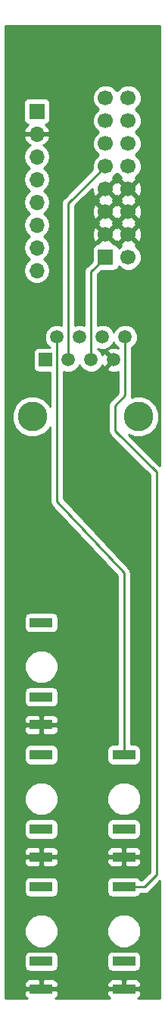
<source format=gbr>
G04 #@! TF.GenerationSoftware,KiCad,Pcbnew,(5.0.1)-4*
G04 #@! TF.CreationDate,2018-12-03T15:58:59+00:00*
G04 #@! TF.ProjectId,DevBoard,446576426F6172642E6B696361645F70,rev?*
G04 #@! TF.SameCoordinates,Original*
G04 #@! TF.FileFunction,Copper,L2,Bot,Signal*
G04 #@! TF.FilePolarity,Positive*
%FSLAX46Y46*%
G04 Gerber Fmt 4.6, Leading zero omitted, Abs format (unit mm)*
G04 Created by KiCad (PCBNEW (5.0.1)-4) date 03/12/2018 15:58:59*
%MOMM*%
%LPD*%
G01*
G04 APERTURE LIST*
G04 #@! TA.AperFunction,ComponentPad*
%ADD10C,1.500000*%
G04 #@! TD*
G04 #@! TA.AperFunction,ComponentPad*
%ADD11R,1.500000X1.500000*%
G04 #@! TD*
G04 #@! TA.AperFunction,WasherPad*
%ADD12C,3.300000*%
G04 #@! TD*
G04 #@! TA.AperFunction,ComponentPad*
%ADD13R,2.500000X1.000000*%
G04 #@! TD*
G04 #@! TA.AperFunction,ComponentPad*
%ADD14R,1.700000X1.700000*%
G04 #@! TD*
G04 #@! TA.AperFunction,ComponentPad*
%ADD15C,1.700000*%
G04 #@! TD*
G04 #@! TA.AperFunction,ComponentPad*
%ADD16O,1.700000X1.700000*%
G04 #@! TD*
G04 #@! TA.AperFunction,Conductor*
%ADD17C,0.250000*%
G04 #@! TD*
G04 #@! TA.AperFunction,Conductor*
%ADD18C,0.254000*%
G04 #@! TD*
G04 APERTURE END LIST*
D10*
G04 #@! TO.P,J7,8*
G04 #@! TO.N,Jack5*
X64890000Y-94710000D03*
G04 #@! TO.P,J7,7*
G04 #@! TO.N,GND*
X63620000Y-97250000D03*
G04 #@! TO.P,J7,6*
G04 #@! TO.N,Jack4*
X62350000Y-94710000D03*
G04 #@! TO.P,J7,5*
G04 #@! TO.N,-12V*
X61080000Y-97250000D03*
G04 #@! TO.P,J7,4*
G04 #@! TO.N,Jack3*
X59810000Y-94710000D03*
G04 #@! TO.P,J7,3*
G04 #@! TO.N,+12V*
X58540000Y-97250000D03*
G04 #@! TO.P,J7,2*
G04 #@! TO.N,Jack2*
X57270000Y-94710000D03*
D11*
G04 #@! TO.P,J7,1*
G04 #@! TO.N,Jack1*
X56000000Y-97250000D03*
D12*
G04 #@! TO.P,J7,*
G04 #@! TO.N,*
X54510000Y-103600000D03*
X66380000Y-103600000D03*
G04 #@! TD*
D13*
G04 #@! TO.P,J1,3*
G04 #@! TO.N,Jack1*
X55500000Y-126580000D03*
G04 #@! TO.P,J1,2*
G04 #@! TO.N,Net-(J1-Pad2)*
X55500000Y-134880000D03*
G04 #@! TO.P,J1,1*
G04 #@! TO.N,GND*
X55500000Y-137980000D03*
G04 #@! TD*
G04 #@! TO.P,J2,1*
G04 #@! TO.N,GND*
X64750000Y-152730000D03*
G04 #@! TO.P,J2,2*
G04 #@! TO.N,Net-(J2-Pad2)*
X64750000Y-149630000D03*
G04 #@! TO.P,J2,3*
G04 #@! TO.N,Jack2*
X64750000Y-141330000D03*
G04 #@! TD*
G04 #@! TO.P,J3,3*
G04 #@! TO.N,Jack3*
X55500000Y-141330000D03*
G04 #@! TO.P,J3,2*
G04 #@! TO.N,+5V*
X55500000Y-149630000D03*
G04 #@! TO.P,J3,1*
G04 #@! TO.N,GND*
X55500000Y-152730000D03*
G04 #@! TD*
G04 #@! TO.P,J4,1*
G04 #@! TO.N,GND*
X55500000Y-167480000D03*
G04 #@! TO.P,J4,2*
G04 #@! TO.N,CV*
X55500000Y-164380000D03*
G04 #@! TO.P,J4,3*
G04 #@! TO.N,Jack4*
X55500000Y-156080000D03*
G04 #@! TD*
G04 #@! TO.P,J5,3*
G04 #@! TO.N,Jack5*
X64750000Y-156080000D03*
G04 #@! TO.P,J5,2*
G04 #@! TO.N,Gate*
X64750000Y-164380000D03*
G04 #@! TO.P,J5,1*
G04 #@! TO.N,GND*
X64750000Y-167480000D03*
G04 #@! TD*
D14*
G04 #@! TO.P,J6,1*
G04 #@! TO.N,-12V*
X62700000Y-85800000D03*
D15*
G04 #@! TO.P,J6,2*
X65240000Y-85800000D03*
G04 #@! TO.P,J6,3*
G04 #@! TO.N,GND*
X62700000Y-83260000D03*
G04 #@! TO.P,J6,4*
X65240000Y-83260000D03*
G04 #@! TO.P,J6,5*
X62700000Y-80720000D03*
G04 #@! TO.P,J6,6*
X65240000Y-80720000D03*
G04 #@! TO.P,J6,7*
X62700000Y-78180000D03*
G04 #@! TO.P,J6,8*
X65240000Y-78180000D03*
G04 #@! TO.P,J6,9*
G04 #@! TO.N,+12V*
X62700000Y-75640000D03*
G04 #@! TO.P,J6,10*
X65240000Y-75640000D03*
G04 #@! TO.P,J6,11*
G04 #@! TO.N,+5V*
X62700000Y-73100000D03*
G04 #@! TO.P,J6,12*
X65240000Y-73100000D03*
G04 #@! TO.P,J6,14*
G04 #@! TO.N,CV*
X65240000Y-70560000D03*
G04 #@! TO.P,J6,13*
X62700000Y-70560000D03*
G04 #@! TO.P,J6,15*
G04 #@! TO.N,Gate*
X62700000Y-68020000D03*
G04 #@! TO.P,J6,16*
X65240000Y-68020000D03*
G04 #@! TD*
D16*
G04 #@! TO.P,J8,8*
G04 #@! TO.N,Jack1*
X55000000Y-87280000D03*
G04 #@! TO.P,J8,7*
G04 #@! TO.N,Jack2*
X55000000Y-84740000D03*
G04 #@! TO.P,J8,6*
G04 #@! TO.N,Jack3*
X55000000Y-82200000D03*
G04 #@! TO.P,J8,5*
G04 #@! TO.N,Jack4*
X55000000Y-79660000D03*
G04 #@! TO.P,J8,4*
G04 #@! TO.N,Jack5*
X55000000Y-77120000D03*
G04 #@! TO.P,J8,3*
G04 #@! TO.N,-12V*
X55000000Y-74580000D03*
G04 #@! TO.P,J8,2*
G04 #@! TO.N,GND*
X55000000Y-72040000D03*
D14*
G04 #@! TO.P,J8,1*
G04 #@! TO.N,+12V*
X55000000Y-69500000D03*
G04 #@! TD*
D17*
G04 #@! TO.N,Jack2*
X64750000Y-121030000D02*
X64750000Y-141330000D01*
X57270000Y-94710000D02*
X57270000Y-113030000D01*
X57270000Y-113030000D02*
X64760000Y-121030000D01*
G04 #@! TO.N,Jack5*
X64890000Y-94710000D02*
X64890000Y-101240000D01*
X64890000Y-101240000D02*
X63780000Y-102350000D01*
X63780000Y-102350000D02*
X63780000Y-105170000D01*
X63780000Y-105170000D02*
X68390000Y-109780000D01*
X68390000Y-109780000D02*
X68390000Y-154740000D01*
X67050000Y-156080000D02*
X64750000Y-156080000D01*
X68390000Y-154740000D02*
X67050000Y-156080000D01*
G04 #@! TO.N,-12V*
X61080000Y-87380000D02*
X61080000Y-97250000D01*
X62710000Y-85750000D02*
X61080000Y-87380000D01*
G04 #@! TO.N,+12V*
X58540000Y-79760000D02*
X58540000Y-97250000D01*
X62710000Y-75590000D02*
X58540000Y-79760000D01*
G04 #@! TD*
D18*
G04 #@! TO.N,GND*
G36*
X68790000Y-109105198D02*
X65318296Y-105633494D01*
X65925485Y-105885000D01*
X66834515Y-105885000D01*
X67674349Y-105537130D01*
X68317130Y-104894349D01*
X68665000Y-104054515D01*
X68665000Y-103145485D01*
X68317130Y-102305651D01*
X67674349Y-101662870D01*
X66834515Y-101315000D01*
X65925485Y-101315000D01*
X65625232Y-101439369D01*
X65650000Y-101314852D01*
X65650000Y-101314848D01*
X65664888Y-101240001D01*
X65650000Y-101165154D01*
X65650000Y-95894312D01*
X65674540Y-95884147D01*
X66064147Y-95494540D01*
X66275000Y-94985494D01*
X66275000Y-94434506D01*
X66064147Y-93925460D01*
X65674540Y-93535853D01*
X65165494Y-93325000D01*
X64614506Y-93325000D01*
X64105460Y-93535853D01*
X63715853Y-93925460D01*
X63620000Y-94156870D01*
X63524147Y-93925460D01*
X63134540Y-93535853D01*
X62625494Y-93325000D01*
X62074506Y-93325000D01*
X61840000Y-93422135D01*
X61840000Y-87694801D01*
X62237361Y-87297440D01*
X63550000Y-87297440D01*
X63797765Y-87248157D01*
X64007809Y-87107809D01*
X64148157Y-86897765D01*
X64163006Y-86823113D01*
X64398815Y-87058922D01*
X64944615Y-87285000D01*
X65535385Y-87285000D01*
X66081185Y-87058922D01*
X66498922Y-86641185D01*
X66725000Y-86095385D01*
X66725000Y-85504615D01*
X66498922Y-84958815D01*
X66081185Y-84541078D01*
X66034753Y-84521845D01*
X66104353Y-84303958D01*
X65240000Y-83439605D01*
X64375647Y-84303958D01*
X64445247Y-84521845D01*
X64398815Y-84541078D01*
X64163006Y-84776887D01*
X64148157Y-84702235D01*
X64007809Y-84492191D01*
X63797765Y-84351843D01*
X63563915Y-84305328D01*
X63564353Y-84303958D01*
X62700000Y-83439605D01*
X61835647Y-84303958D01*
X61836085Y-84305328D01*
X61602235Y-84351843D01*
X61392191Y-84492191D01*
X61251843Y-84702235D01*
X61202560Y-84950000D01*
X61202560Y-86182639D01*
X60595530Y-86789669D01*
X60532071Y-86832071D01*
X60364096Y-87083464D01*
X60320000Y-87305149D01*
X60320000Y-87305153D01*
X60305112Y-87380000D01*
X60320000Y-87454847D01*
X60320001Y-93422135D01*
X60085494Y-93325000D01*
X59534506Y-93325000D01*
X59300000Y-93422135D01*
X59300000Y-83031279D01*
X61203282Y-83031279D01*
X61229685Y-83621458D01*
X61404741Y-84044080D01*
X61656042Y-84124353D01*
X62520395Y-83260000D01*
X62879605Y-83260000D01*
X63743958Y-84124353D01*
X63970000Y-84052148D01*
X64196042Y-84124353D01*
X65060395Y-83260000D01*
X65419605Y-83260000D01*
X66283958Y-84124353D01*
X66535259Y-84044080D01*
X66736718Y-83488721D01*
X66710315Y-82898542D01*
X66535259Y-82475920D01*
X66283958Y-82395647D01*
X65419605Y-83260000D01*
X65060395Y-83260000D01*
X64196042Y-82395647D01*
X63970000Y-82467852D01*
X63743958Y-82395647D01*
X62879605Y-83260000D01*
X62520395Y-83260000D01*
X61656042Y-82395647D01*
X61404741Y-82475920D01*
X61203282Y-83031279D01*
X59300000Y-83031279D01*
X59300000Y-81763958D01*
X61835647Y-81763958D01*
X61907852Y-81990000D01*
X61835647Y-82216042D01*
X62700000Y-83080395D01*
X63564353Y-82216042D01*
X63492148Y-81990000D01*
X63564353Y-81763958D01*
X64375647Y-81763958D01*
X64447852Y-81990000D01*
X64375647Y-82216042D01*
X65240000Y-83080395D01*
X66104353Y-82216042D01*
X66032148Y-81990000D01*
X66104353Y-81763958D01*
X65240000Y-80899605D01*
X64375647Y-81763958D01*
X63564353Y-81763958D01*
X62700000Y-80899605D01*
X61835647Y-81763958D01*
X59300000Y-81763958D01*
X59300000Y-80491279D01*
X61203282Y-80491279D01*
X61229685Y-81081458D01*
X61404741Y-81504080D01*
X61656042Y-81584353D01*
X62520395Y-80720000D01*
X62879605Y-80720000D01*
X63743958Y-81584353D01*
X63970000Y-81512148D01*
X64196042Y-81584353D01*
X65060395Y-80720000D01*
X65419605Y-80720000D01*
X66283958Y-81584353D01*
X66535259Y-81504080D01*
X66736718Y-80948721D01*
X66710315Y-80358542D01*
X66535259Y-79935920D01*
X66283958Y-79855647D01*
X65419605Y-80720000D01*
X65060395Y-80720000D01*
X64196042Y-79855647D01*
X63970000Y-79927852D01*
X63743958Y-79855647D01*
X62879605Y-80720000D01*
X62520395Y-80720000D01*
X61656042Y-79855647D01*
X61404741Y-79935920D01*
X61203282Y-80491279D01*
X59300000Y-80491279D01*
X59300000Y-80074801D01*
X60150843Y-79223958D01*
X61835647Y-79223958D01*
X61907852Y-79450000D01*
X61835647Y-79676042D01*
X62700000Y-80540395D01*
X63564353Y-79676042D01*
X63492148Y-79450000D01*
X63564353Y-79223958D01*
X64375647Y-79223958D01*
X64447852Y-79450000D01*
X64375647Y-79676042D01*
X65240000Y-80540395D01*
X66104353Y-79676042D01*
X66032148Y-79450000D01*
X66104353Y-79223958D01*
X65240000Y-78359605D01*
X64375647Y-79223958D01*
X63564353Y-79223958D01*
X62700000Y-78359605D01*
X61835647Y-79223958D01*
X60150843Y-79223958D01*
X61212713Y-78162088D01*
X61229685Y-78541458D01*
X61404741Y-78964080D01*
X61656042Y-79044353D01*
X62520395Y-78180000D01*
X62879605Y-78180000D01*
X63743958Y-79044353D01*
X63970000Y-78972148D01*
X64196042Y-79044353D01*
X65060395Y-78180000D01*
X65419605Y-78180000D01*
X66283958Y-79044353D01*
X66535259Y-78964080D01*
X66736718Y-78408721D01*
X66710315Y-77818542D01*
X66535259Y-77395920D01*
X66283958Y-77315647D01*
X65419605Y-78180000D01*
X65060395Y-78180000D01*
X64196042Y-77315647D01*
X63970000Y-77387852D01*
X63743958Y-77315647D01*
X62879605Y-78180000D01*
X62520395Y-78180000D01*
X62506253Y-78165858D01*
X62685858Y-77986253D01*
X62700000Y-78000395D01*
X63564353Y-77136042D01*
X63494753Y-76918155D01*
X63541185Y-76898922D01*
X63958922Y-76481185D01*
X63970000Y-76454440D01*
X63981078Y-76481185D01*
X64398815Y-76898922D01*
X64445247Y-76918155D01*
X64375647Y-77136042D01*
X65240000Y-78000395D01*
X66104353Y-77136042D01*
X66034753Y-76918155D01*
X66081185Y-76898922D01*
X66498922Y-76481185D01*
X66725000Y-75935385D01*
X66725000Y-75344615D01*
X66498922Y-74798815D01*
X66081185Y-74381078D01*
X66054440Y-74370000D01*
X66081185Y-74358922D01*
X66498922Y-73941185D01*
X66725000Y-73395385D01*
X66725000Y-72804615D01*
X66498922Y-72258815D01*
X66081185Y-71841078D01*
X66054440Y-71830000D01*
X66081185Y-71818922D01*
X66498922Y-71401185D01*
X66725000Y-70855385D01*
X66725000Y-70264615D01*
X66498922Y-69718815D01*
X66081185Y-69301078D01*
X66054440Y-69290000D01*
X66081185Y-69278922D01*
X66498922Y-68861185D01*
X66725000Y-68315385D01*
X66725000Y-67724615D01*
X66498922Y-67178815D01*
X66081185Y-66761078D01*
X65535385Y-66535000D01*
X64944615Y-66535000D01*
X64398815Y-66761078D01*
X63981078Y-67178815D01*
X63970000Y-67205560D01*
X63958922Y-67178815D01*
X63541185Y-66761078D01*
X62995385Y-66535000D01*
X62404615Y-66535000D01*
X61858815Y-66761078D01*
X61441078Y-67178815D01*
X61215000Y-67724615D01*
X61215000Y-68315385D01*
X61441078Y-68861185D01*
X61858815Y-69278922D01*
X61885560Y-69290000D01*
X61858815Y-69301078D01*
X61441078Y-69718815D01*
X61215000Y-70264615D01*
X61215000Y-70855385D01*
X61441078Y-71401185D01*
X61858815Y-71818922D01*
X61885560Y-71830000D01*
X61858815Y-71841078D01*
X61441078Y-72258815D01*
X61215000Y-72804615D01*
X61215000Y-73395385D01*
X61441078Y-73941185D01*
X61858815Y-74358922D01*
X61885560Y-74370000D01*
X61858815Y-74381078D01*
X61441078Y-74798815D01*
X61215000Y-75344615D01*
X61215000Y-75935385D01*
X61236912Y-75988286D01*
X58055530Y-79169669D01*
X57992071Y-79212071D01*
X57824096Y-79463464D01*
X57780000Y-79685149D01*
X57780000Y-79685153D01*
X57765112Y-79760000D01*
X57780000Y-79834847D01*
X57780001Y-93422136D01*
X57545494Y-93325000D01*
X56994506Y-93325000D01*
X56485460Y-93535853D01*
X56095853Y-93925460D01*
X55885000Y-94434506D01*
X55885000Y-94985494D01*
X56095853Y-95494540D01*
X56453873Y-95852560D01*
X55250000Y-95852560D01*
X55002235Y-95901843D01*
X54792191Y-96042191D01*
X54651843Y-96252235D01*
X54602560Y-96500000D01*
X54602560Y-98000000D01*
X54651843Y-98247765D01*
X54792191Y-98457809D01*
X55002235Y-98598157D01*
X55250000Y-98647440D01*
X56510000Y-98647440D01*
X56510000Y-102457434D01*
X56447130Y-102305651D01*
X55804349Y-101662870D01*
X54964515Y-101315000D01*
X54055485Y-101315000D01*
X53215651Y-101662870D01*
X52572870Y-102305651D01*
X52225000Y-103145485D01*
X52225000Y-104054515D01*
X52572870Y-104894349D01*
X53215651Y-105537130D01*
X54055485Y-105885000D01*
X54964515Y-105885000D01*
X55804349Y-105537130D01*
X56447130Y-104894349D01*
X56510001Y-104742566D01*
X56510001Y-112942499D01*
X56495532Y-113004502D01*
X56510001Y-113092243D01*
X56510001Y-113104852D01*
X56522163Y-113165994D01*
X56544726Y-113302818D01*
X56551569Y-113313827D01*
X56554097Y-113326537D01*
X56631126Y-113441819D01*
X56664048Y-113494784D01*
X56672668Y-113503991D01*
X56722072Y-113577929D01*
X56775009Y-113613300D01*
X63990000Y-121319567D01*
X63990001Y-140182560D01*
X63500000Y-140182560D01*
X63252235Y-140231843D01*
X63042191Y-140372191D01*
X62901843Y-140582235D01*
X62852560Y-140830000D01*
X62852560Y-141830000D01*
X62901843Y-142077765D01*
X63042191Y-142287809D01*
X63252235Y-142428157D01*
X63500000Y-142477440D01*
X66000000Y-142477440D01*
X66247765Y-142428157D01*
X66457809Y-142287809D01*
X66598157Y-142077765D01*
X66647440Y-141830000D01*
X66647440Y-140830000D01*
X66598157Y-140582235D01*
X66457809Y-140372191D01*
X66247765Y-140231843D01*
X66000000Y-140182560D01*
X65510000Y-140182560D01*
X65510000Y-121160348D01*
X65534468Y-121055498D01*
X65485274Y-120757181D01*
X65365952Y-120565215D01*
X65322407Y-120518705D01*
X65297929Y-120482071D01*
X65271700Y-120464546D01*
X58030000Y-112729753D01*
X58030000Y-98537865D01*
X58264506Y-98635000D01*
X58815494Y-98635000D01*
X59324540Y-98424147D01*
X59714147Y-98034540D01*
X59810000Y-97803130D01*
X59905853Y-98034540D01*
X60295460Y-98424147D01*
X60804506Y-98635000D01*
X61355494Y-98635000D01*
X61864540Y-98424147D01*
X62254147Y-98034540D01*
X62343397Y-97819070D01*
X62407540Y-97973923D01*
X62648483Y-98041912D01*
X63440395Y-97250000D01*
X62648483Y-96458088D01*
X62407540Y-96526077D01*
X62348255Y-96692658D01*
X62254147Y-96465460D01*
X61864540Y-96075853D01*
X61840000Y-96065688D01*
X61840000Y-95997865D01*
X62074506Y-96095000D01*
X62625494Y-96095000D01*
X63134540Y-95884147D01*
X63524147Y-95494540D01*
X63620000Y-95263130D01*
X63715853Y-95494540D01*
X64105460Y-95884147D01*
X64130000Y-95894312D01*
X64130000Y-95961407D01*
X63824829Y-95852799D01*
X63274552Y-95880770D01*
X62896077Y-96037540D01*
X62828088Y-96278483D01*
X63620000Y-97070395D01*
X63634143Y-97056253D01*
X63813748Y-97235858D01*
X63799605Y-97250000D01*
X63813748Y-97264143D01*
X63634143Y-97443748D01*
X63620000Y-97429605D01*
X62828088Y-98221517D01*
X62896077Y-98462460D01*
X63415171Y-98647201D01*
X63965448Y-98619230D01*
X64130001Y-98551070D01*
X64130001Y-100925197D01*
X63295530Y-101759669D01*
X63232071Y-101802071D01*
X63064096Y-102053464D01*
X63020000Y-102275149D01*
X63020000Y-102275153D01*
X63005112Y-102350000D01*
X63020000Y-102424847D01*
X63020001Y-105095148D01*
X63005112Y-105170000D01*
X63020001Y-105244852D01*
X63064097Y-105466537D01*
X63232072Y-105717929D01*
X63295528Y-105760329D01*
X67630000Y-110094802D01*
X67630001Y-154425197D01*
X66735199Y-155320000D01*
X66589982Y-155320000D01*
X66457809Y-155122191D01*
X66247765Y-154981843D01*
X66000000Y-154932560D01*
X63500000Y-154932560D01*
X63252235Y-154981843D01*
X63042191Y-155122191D01*
X62901843Y-155332235D01*
X62852560Y-155580000D01*
X62852560Y-156580000D01*
X62901843Y-156827765D01*
X63042191Y-157037809D01*
X63252235Y-157178157D01*
X63500000Y-157227440D01*
X66000000Y-157227440D01*
X66247765Y-157178157D01*
X66457809Y-157037809D01*
X66589982Y-156840000D01*
X66975153Y-156840000D01*
X67050000Y-156854888D01*
X67124847Y-156840000D01*
X67124852Y-156840000D01*
X67346537Y-156795904D01*
X67597929Y-156627929D01*
X67640331Y-156564470D01*
X68790001Y-155414801D01*
X68790001Y-168540000D01*
X66307375Y-168540000D01*
X66359698Y-168518327D01*
X66538327Y-168339699D01*
X66635000Y-168106310D01*
X66635000Y-167765750D01*
X66476250Y-167607000D01*
X64877000Y-167607000D01*
X64877000Y-167627000D01*
X64623000Y-167627000D01*
X64623000Y-167607000D01*
X63023750Y-167607000D01*
X62865000Y-167765750D01*
X62865000Y-168106310D01*
X62961673Y-168339699D01*
X63140302Y-168518327D01*
X63192625Y-168540000D01*
X57057375Y-168540000D01*
X57109698Y-168518327D01*
X57288327Y-168339699D01*
X57385000Y-168106310D01*
X57385000Y-167765750D01*
X57226250Y-167607000D01*
X55627000Y-167607000D01*
X55627000Y-167627000D01*
X55373000Y-167627000D01*
X55373000Y-167607000D01*
X53773750Y-167607000D01*
X53615000Y-167765750D01*
X53615000Y-168106310D01*
X53711673Y-168339699D01*
X53890302Y-168518327D01*
X53942625Y-168540000D01*
X51460000Y-168540000D01*
X51460000Y-166853690D01*
X53615000Y-166853690D01*
X53615000Y-167194250D01*
X53773750Y-167353000D01*
X55373000Y-167353000D01*
X55373000Y-166503750D01*
X55627000Y-166503750D01*
X55627000Y-167353000D01*
X57226250Y-167353000D01*
X57385000Y-167194250D01*
X57385000Y-166853690D01*
X62865000Y-166853690D01*
X62865000Y-167194250D01*
X63023750Y-167353000D01*
X64623000Y-167353000D01*
X64623000Y-166503750D01*
X64877000Y-166503750D01*
X64877000Y-167353000D01*
X66476250Y-167353000D01*
X66635000Y-167194250D01*
X66635000Y-166853690D01*
X66538327Y-166620301D01*
X66359698Y-166441673D01*
X66126309Y-166345000D01*
X65035750Y-166345000D01*
X64877000Y-166503750D01*
X64623000Y-166503750D01*
X64464250Y-166345000D01*
X63373691Y-166345000D01*
X63140302Y-166441673D01*
X62961673Y-166620301D01*
X62865000Y-166853690D01*
X57385000Y-166853690D01*
X57288327Y-166620301D01*
X57109698Y-166441673D01*
X56876309Y-166345000D01*
X55785750Y-166345000D01*
X55627000Y-166503750D01*
X55373000Y-166503750D01*
X55214250Y-166345000D01*
X54123691Y-166345000D01*
X53890302Y-166441673D01*
X53711673Y-166620301D01*
X53615000Y-166853690D01*
X51460000Y-166853690D01*
X51460000Y-163880000D01*
X53602560Y-163880000D01*
X53602560Y-164880000D01*
X53651843Y-165127765D01*
X53792191Y-165337809D01*
X54002235Y-165478157D01*
X54250000Y-165527440D01*
X56750000Y-165527440D01*
X56997765Y-165478157D01*
X57207809Y-165337809D01*
X57348157Y-165127765D01*
X57397440Y-164880000D01*
X57397440Y-163880000D01*
X62852560Y-163880000D01*
X62852560Y-164880000D01*
X62901843Y-165127765D01*
X63042191Y-165337809D01*
X63252235Y-165478157D01*
X63500000Y-165527440D01*
X66000000Y-165527440D01*
X66247765Y-165478157D01*
X66457809Y-165337809D01*
X66598157Y-165127765D01*
X66647440Y-164880000D01*
X66647440Y-163880000D01*
X66598157Y-163632235D01*
X66457809Y-163422191D01*
X66247765Y-163281843D01*
X66000000Y-163232560D01*
X63500000Y-163232560D01*
X63252235Y-163281843D01*
X63042191Y-163422191D01*
X62901843Y-163632235D01*
X62852560Y-163880000D01*
X57397440Y-163880000D01*
X57348157Y-163632235D01*
X57207809Y-163422191D01*
X56997765Y-163281843D01*
X56750000Y-163232560D01*
X54250000Y-163232560D01*
X54002235Y-163281843D01*
X53792191Y-163422191D01*
X53651843Y-163632235D01*
X53602560Y-163880000D01*
X51460000Y-163880000D01*
X51460000Y-160625050D01*
X53615000Y-160625050D01*
X53615000Y-161374950D01*
X53901974Y-162067767D01*
X54432233Y-162598026D01*
X55125050Y-162885000D01*
X55874950Y-162885000D01*
X56567767Y-162598026D01*
X57098026Y-162067767D01*
X57385000Y-161374950D01*
X57385000Y-160625050D01*
X62865000Y-160625050D01*
X62865000Y-161374950D01*
X63151974Y-162067767D01*
X63682233Y-162598026D01*
X64375050Y-162885000D01*
X65124950Y-162885000D01*
X65817767Y-162598026D01*
X66348026Y-162067767D01*
X66635000Y-161374950D01*
X66635000Y-160625050D01*
X66348026Y-159932233D01*
X65817767Y-159401974D01*
X65124950Y-159115000D01*
X64375050Y-159115000D01*
X63682233Y-159401974D01*
X63151974Y-159932233D01*
X62865000Y-160625050D01*
X57385000Y-160625050D01*
X57098026Y-159932233D01*
X56567767Y-159401974D01*
X55874950Y-159115000D01*
X55125050Y-159115000D01*
X54432233Y-159401974D01*
X53901974Y-159932233D01*
X53615000Y-160625050D01*
X51460000Y-160625050D01*
X51460000Y-155580000D01*
X53602560Y-155580000D01*
X53602560Y-156580000D01*
X53651843Y-156827765D01*
X53792191Y-157037809D01*
X54002235Y-157178157D01*
X54250000Y-157227440D01*
X56750000Y-157227440D01*
X56997765Y-157178157D01*
X57207809Y-157037809D01*
X57348157Y-156827765D01*
X57397440Y-156580000D01*
X57397440Y-155580000D01*
X57348157Y-155332235D01*
X57207809Y-155122191D01*
X56997765Y-154981843D01*
X56750000Y-154932560D01*
X54250000Y-154932560D01*
X54002235Y-154981843D01*
X53792191Y-155122191D01*
X53651843Y-155332235D01*
X53602560Y-155580000D01*
X51460000Y-155580000D01*
X51460000Y-153015750D01*
X53615000Y-153015750D01*
X53615000Y-153356310D01*
X53711673Y-153589699D01*
X53890302Y-153768327D01*
X54123691Y-153865000D01*
X55214250Y-153865000D01*
X55373000Y-153706250D01*
X55373000Y-152857000D01*
X55627000Y-152857000D01*
X55627000Y-153706250D01*
X55785750Y-153865000D01*
X56876309Y-153865000D01*
X57109698Y-153768327D01*
X57288327Y-153589699D01*
X57385000Y-153356310D01*
X57385000Y-153015750D01*
X62865000Y-153015750D01*
X62865000Y-153356310D01*
X62961673Y-153589699D01*
X63140302Y-153768327D01*
X63373691Y-153865000D01*
X64464250Y-153865000D01*
X64623000Y-153706250D01*
X64623000Y-152857000D01*
X64877000Y-152857000D01*
X64877000Y-153706250D01*
X65035750Y-153865000D01*
X66126309Y-153865000D01*
X66359698Y-153768327D01*
X66538327Y-153589699D01*
X66635000Y-153356310D01*
X66635000Y-153015750D01*
X66476250Y-152857000D01*
X64877000Y-152857000D01*
X64623000Y-152857000D01*
X63023750Y-152857000D01*
X62865000Y-153015750D01*
X57385000Y-153015750D01*
X57226250Y-152857000D01*
X55627000Y-152857000D01*
X55373000Y-152857000D01*
X53773750Y-152857000D01*
X53615000Y-153015750D01*
X51460000Y-153015750D01*
X51460000Y-152103690D01*
X53615000Y-152103690D01*
X53615000Y-152444250D01*
X53773750Y-152603000D01*
X55373000Y-152603000D01*
X55373000Y-151753750D01*
X55627000Y-151753750D01*
X55627000Y-152603000D01*
X57226250Y-152603000D01*
X57385000Y-152444250D01*
X57385000Y-152103690D01*
X62865000Y-152103690D01*
X62865000Y-152444250D01*
X63023750Y-152603000D01*
X64623000Y-152603000D01*
X64623000Y-151753750D01*
X64877000Y-151753750D01*
X64877000Y-152603000D01*
X66476250Y-152603000D01*
X66635000Y-152444250D01*
X66635000Y-152103690D01*
X66538327Y-151870301D01*
X66359698Y-151691673D01*
X66126309Y-151595000D01*
X65035750Y-151595000D01*
X64877000Y-151753750D01*
X64623000Y-151753750D01*
X64464250Y-151595000D01*
X63373691Y-151595000D01*
X63140302Y-151691673D01*
X62961673Y-151870301D01*
X62865000Y-152103690D01*
X57385000Y-152103690D01*
X57288327Y-151870301D01*
X57109698Y-151691673D01*
X56876309Y-151595000D01*
X55785750Y-151595000D01*
X55627000Y-151753750D01*
X55373000Y-151753750D01*
X55214250Y-151595000D01*
X54123691Y-151595000D01*
X53890302Y-151691673D01*
X53711673Y-151870301D01*
X53615000Y-152103690D01*
X51460000Y-152103690D01*
X51460000Y-149130000D01*
X53602560Y-149130000D01*
X53602560Y-150130000D01*
X53651843Y-150377765D01*
X53792191Y-150587809D01*
X54002235Y-150728157D01*
X54250000Y-150777440D01*
X56750000Y-150777440D01*
X56997765Y-150728157D01*
X57207809Y-150587809D01*
X57348157Y-150377765D01*
X57397440Y-150130000D01*
X57397440Y-149130000D01*
X62852560Y-149130000D01*
X62852560Y-150130000D01*
X62901843Y-150377765D01*
X63042191Y-150587809D01*
X63252235Y-150728157D01*
X63500000Y-150777440D01*
X66000000Y-150777440D01*
X66247765Y-150728157D01*
X66457809Y-150587809D01*
X66598157Y-150377765D01*
X66647440Y-150130000D01*
X66647440Y-149130000D01*
X66598157Y-148882235D01*
X66457809Y-148672191D01*
X66247765Y-148531843D01*
X66000000Y-148482560D01*
X63500000Y-148482560D01*
X63252235Y-148531843D01*
X63042191Y-148672191D01*
X62901843Y-148882235D01*
X62852560Y-149130000D01*
X57397440Y-149130000D01*
X57348157Y-148882235D01*
X57207809Y-148672191D01*
X56997765Y-148531843D01*
X56750000Y-148482560D01*
X54250000Y-148482560D01*
X54002235Y-148531843D01*
X53792191Y-148672191D01*
X53651843Y-148882235D01*
X53602560Y-149130000D01*
X51460000Y-149130000D01*
X51460000Y-145875050D01*
X53615000Y-145875050D01*
X53615000Y-146624950D01*
X53901974Y-147317767D01*
X54432233Y-147848026D01*
X55125050Y-148135000D01*
X55874950Y-148135000D01*
X56567767Y-147848026D01*
X57098026Y-147317767D01*
X57385000Y-146624950D01*
X57385000Y-145875050D01*
X62865000Y-145875050D01*
X62865000Y-146624950D01*
X63151974Y-147317767D01*
X63682233Y-147848026D01*
X64375050Y-148135000D01*
X65124950Y-148135000D01*
X65817767Y-147848026D01*
X66348026Y-147317767D01*
X66635000Y-146624950D01*
X66635000Y-145875050D01*
X66348026Y-145182233D01*
X65817767Y-144651974D01*
X65124950Y-144365000D01*
X64375050Y-144365000D01*
X63682233Y-144651974D01*
X63151974Y-145182233D01*
X62865000Y-145875050D01*
X57385000Y-145875050D01*
X57098026Y-145182233D01*
X56567767Y-144651974D01*
X55874950Y-144365000D01*
X55125050Y-144365000D01*
X54432233Y-144651974D01*
X53901974Y-145182233D01*
X53615000Y-145875050D01*
X51460000Y-145875050D01*
X51460000Y-140830000D01*
X53602560Y-140830000D01*
X53602560Y-141830000D01*
X53651843Y-142077765D01*
X53792191Y-142287809D01*
X54002235Y-142428157D01*
X54250000Y-142477440D01*
X56750000Y-142477440D01*
X56997765Y-142428157D01*
X57207809Y-142287809D01*
X57348157Y-142077765D01*
X57397440Y-141830000D01*
X57397440Y-140830000D01*
X57348157Y-140582235D01*
X57207809Y-140372191D01*
X56997765Y-140231843D01*
X56750000Y-140182560D01*
X54250000Y-140182560D01*
X54002235Y-140231843D01*
X53792191Y-140372191D01*
X53651843Y-140582235D01*
X53602560Y-140830000D01*
X51460000Y-140830000D01*
X51460000Y-138265750D01*
X53615000Y-138265750D01*
X53615000Y-138606310D01*
X53711673Y-138839699D01*
X53890302Y-139018327D01*
X54123691Y-139115000D01*
X55214250Y-139115000D01*
X55373000Y-138956250D01*
X55373000Y-138107000D01*
X55627000Y-138107000D01*
X55627000Y-138956250D01*
X55785750Y-139115000D01*
X56876309Y-139115000D01*
X57109698Y-139018327D01*
X57288327Y-138839699D01*
X57385000Y-138606310D01*
X57385000Y-138265750D01*
X57226250Y-138107000D01*
X55627000Y-138107000D01*
X55373000Y-138107000D01*
X53773750Y-138107000D01*
X53615000Y-138265750D01*
X51460000Y-138265750D01*
X51460000Y-137353690D01*
X53615000Y-137353690D01*
X53615000Y-137694250D01*
X53773750Y-137853000D01*
X55373000Y-137853000D01*
X55373000Y-137003750D01*
X55627000Y-137003750D01*
X55627000Y-137853000D01*
X57226250Y-137853000D01*
X57385000Y-137694250D01*
X57385000Y-137353690D01*
X57288327Y-137120301D01*
X57109698Y-136941673D01*
X56876309Y-136845000D01*
X55785750Y-136845000D01*
X55627000Y-137003750D01*
X55373000Y-137003750D01*
X55214250Y-136845000D01*
X54123691Y-136845000D01*
X53890302Y-136941673D01*
X53711673Y-137120301D01*
X53615000Y-137353690D01*
X51460000Y-137353690D01*
X51460000Y-134380000D01*
X53602560Y-134380000D01*
X53602560Y-135380000D01*
X53651843Y-135627765D01*
X53792191Y-135837809D01*
X54002235Y-135978157D01*
X54250000Y-136027440D01*
X56750000Y-136027440D01*
X56997765Y-135978157D01*
X57207809Y-135837809D01*
X57348157Y-135627765D01*
X57397440Y-135380000D01*
X57397440Y-134380000D01*
X57348157Y-134132235D01*
X57207809Y-133922191D01*
X56997765Y-133781843D01*
X56750000Y-133732560D01*
X54250000Y-133732560D01*
X54002235Y-133781843D01*
X53792191Y-133922191D01*
X53651843Y-134132235D01*
X53602560Y-134380000D01*
X51460000Y-134380000D01*
X51460000Y-131125050D01*
X53615000Y-131125050D01*
X53615000Y-131874950D01*
X53901974Y-132567767D01*
X54432233Y-133098026D01*
X55125050Y-133385000D01*
X55874950Y-133385000D01*
X56567767Y-133098026D01*
X57098026Y-132567767D01*
X57385000Y-131874950D01*
X57385000Y-131125050D01*
X57098026Y-130432233D01*
X56567767Y-129901974D01*
X55874950Y-129615000D01*
X55125050Y-129615000D01*
X54432233Y-129901974D01*
X53901974Y-130432233D01*
X53615000Y-131125050D01*
X51460000Y-131125050D01*
X51460000Y-126080000D01*
X53602560Y-126080000D01*
X53602560Y-127080000D01*
X53651843Y-127327765D01*
X53792191Y-127537809D01*
X54002235Y-127678157D01*
X54250000Y-127727440D01*
X56750000Y-127727440D01*
X56997765Y-127678157D01*
X57207809Y-127537809D01*
X57348157Y-127327765D01*
X57397440Y-127080000D01*
X57397440Y-126080000D01*
X57348157Y-125832235D01*
X57207809Y-125622191D01*
X56997765Y-125481843D01*
X56750000Y-125432560D01*
X54250000Y-125432560D01*
X54002235Y-125481843D01*
X53792191Y-125622191D01*
X53651843Y-125832235D01*
X53602560Y-126080000D01*
X51460000Y-126080000D01*
X51460000Y-74580000D01*
X53485908Y-74580000D01*
X53601161Y-75159418D01*
X53929375Y-75650625D01*
X54227761Y-75850000D01*
X53929375Y-76049375D01*
X53601161Y-76540582D01*
X53485908Y-77120000D01*
X53601161Y-77699418D01*
X53929375Y-78190625D01*
X54227761Y-78390000D01*
X53929375Y-78589375D01*
X53601161Y-79080582D01*
X53485908Y-79660000D01*
X53601161Y-80239418D01*
X53929375Y-80730625D01*
X54227761Y-80930000D01*
X53929375Y-81129375D01*
X53601161Y-81620582D01*
X53485908Y-82200000D01*
X53601161Y-82779418D01*
X53929375Y-83270625D01*
X54227761Y-83470000D01*
X53929375Y-83669375D01*
X53601161Y-84160582D01*
X53485908Y-84740000D01*
X53601161Y-85319418D01*
X53929375Y-85810625D01*
X54227761Y-86010000D01*
X53929375Y-86209375D01*
X53601161Y-86700582D01*
X53485908Y-87280000D01*
X53601161Y-87859418D01*
X53929375Y-88350625D01*
X54420582Y-88678839D01*
X54853744Y-88765000D01*
X55146256Y-88765000D01*
X55579418Y-88678839D01*
X56070625Y-88350625D01*
X56398839Y-87859418D01*
X56514092Y-87280000D01*
X56398839Y-86700582D01*
X56070625Y-86209375D01*
X55772239Y-86010000D01*
X56070625Y-85810625D01*
X56398839Y-85319418D01*
X56514092Y-84740000D01*
X56398839Y-84160582D01*
X56070625Y-83669375D01*
X55772239Y-83470000D01*
X56070625Y-83270625D01*
X56398839Y-82779418D01*
X56514092Y-82200000D01*
X56398839Y-81620582D01*
X56070625Y-81129375D01*
X55772239Y-80930000D01*
X56070625Y-80730625D01*
X56398839Y-80239418D01*
X56514092Y-79660000D01*
X56398839Y-79080582D01*
X56070625Y-78589375D01*
X55772239Y-78390000D01*
X56070625Y-78190625D01*
X56398839Y-77699418D01*
X56514092Y-77120000D01*
X56398839Y-76540582D01*
X56070625Y-76049375D01*
X55772239Y-75850000D01*
X56070625Y-75650625D01*
X56398839Y-75159418D01*
X56514092Y-74580000D01*
X56398839Y-74000582D01*
X56070625Y-73509375D01*
X55751522Y-73296157D01*
X55881358Y-73235183D01*
X56271645Y-72806924D01*
X56441476Y-72396890D01*
X56320155Y-72167000D01*
X55127000Y-72167000D01*
X55127000Y-72187000D01*
X54873000Y-72187000D01*
X54873000Y-72167000D01*
X53679845Y-72167000D01*
X53558524Y-72396890D01*
X53728355Y-72806924D01*
X54118642Y-73235183D01*
X54248478Y-73296157D01*
X53929375Y-73509375D01*
X53601161Y-74000582D01*
X53485908Y-74580000D01*
X51460000Y-74580000D01*
X51460000Y-68650000D01*
X53502560Y-68650000D01*
X53502560Y-70350000D01*
X53551843Y-70597765D01*
X53692191Y-70807809D01*
X53902235Y-70948157D01*
X54005708Y-70968739D01*
X53728355Y-71273076D01*
X53558524Y-71683110D01*
X53679845Y-71913000D01*
X54873000Y-71913000D01*
X54873000Y-71893000D01*
X55127000Y-71893000D01*
X55127000Y-71913000D01*
X56320155Y-71913000D01*
X56441476Y-71683110D01*
X56271645Y-71273076D01*
X55994292Y-70968739D01*
X56097765Y-70948157D01*
X56307809Y-70807809D01*
X56448157Y-70597765D01*
X56497440Y-70350000D01*
X56497440Y-68650000D01*
X56448157Y-68402235D01*
X56307809Y-68192191D01*
X56097765Y-68051843D01*
X55850000Y-68002560D01*
X54150000Y-68002560D01*
X53902235Y-68051843D01*
X53692191Y-68192191D01*
X53551843Y-68402235D01*
X53502560Y-68650000D01*
X51460000Y-68650000D01*
X51460000Y-59960000D01*
X68790000Y-59960000D01*
X68790000Y-109105198D01*
X68790000Y-109105198D01*
G37*
X68790000Y-109105198D02*
X65318296Y-105633494D01*
X65925485Y-105885000D01*
X66834515Y-105885000D01*
X67674349Y-105537130D01*
X68317130Y-104894349D01*
X68665000Y-104054515D01*
X68665000Y-103145485D01*
X68317130Y-102305651D01*
X67674349Y-101662870D01*
X66834515Y-101315000D01*
X65925485Y-101315000D01*
X65625232Y-101439369D01*
X65650000Y-101314852D01*
X65650000Y-101314848D01*
X65664888Y-101240001D01*
X65650000Y-101165154D01*
X65650000Y-95894312D01*
X65674540Y-95884147D01*
X66064147Y-95494540D01*
X66275000Y-94985494D01*
X66275000Y-94434506D01*
X66064147Y-93925460D01*
X65674540Y-93535853D01*
X65165494Y-93325000D01*
X64614506Y-93325000D01*
X64105460Y-93535853D01*
X63715853Y-93925460D01*
X63620000Y-94156870D01*
X63524147Y-93925460D01*
X63134540Y-93535853D01*
X62625494Y-93325000D01*
X62074506Y-93325000D01*
X61840000Y-93422135D01*
X61840000Y-87694801D01*
X62237361Y-87297440D01*
X63550000Y-87297440D01*
X63797765Y-87248157D01*
X64007809Y-87107809D01*
X64148157Y-86897765D01*
X64163006Y-86823113D01*
X64398815Y-87058922D01*
X64944615Y-87285000D01*
X65535385Y-87285000D01*
X66081185Y-87058922D01*
X66498922Y-86641185D01*
X66725000Y-86095385D01*
X66725000Y-85504615D01*
X66498922Y-84958815D01*
X66081185Y-84541078D01*
X66034753Y-84521845D01*
X66104353Y-84303958D01*
X65240000Y-83439605D01*
X64375647Y-84303958D01*
X64445247Y-84521845D01*
X64398815Y-84541078D01*
X64163006Y-84776887D01*
X64148157Y-84702235D01*
X64007809Y-84492191D01*
X63797765Y-84351843D01*
X63563915Y-84305328D01*
X63564353Y-84303958D01*
X62700000Y-83439605D01*
X61835647Y-84303958D01*
X61836085Y-84305328D01*
X61602235Y-84351843D01*
X61392191Y-84492191D01*
X61251843Y-84702235D01*
X61202560Y-84950000D01*
X61202560Y-86182639D01*
X60595530Y-86789669D01*
X60532071Y-86832071D01*
X60364096Y-87083464D01*
X60320000Y-87305149D01*
X60320000Y-87305153D01*
X60305112Y-87380000D01*
X60320000Y-87454847D01*
X60320001Y-93422135D01*
X60085494Y-93325000D01*
X59534506Y-93325000D01*
X59300000Y-93422135D01*
X59300000Y-83031279D01*
X61203282Y-83031279D01*
X61229685Y-83621458D01*
X61404741Y-84044080D01*
X61656042Y-84124353D01*
X62520395Y-83260000D01*
X62879605Y-83260000D01*
X63743958Y-84124353D01*
X63970000Y-84052148D01*
X64196042Y-84124353D01*
X65060395Y-83260000D01*
X65419605Y-83260000D01*
X66283958Y-84124353D01*
X66535259Y-84044080D01*
X66736718Y-83488721D01*
X66710315Y-82898542D01*
X66535259Y-82475920D01*
X66283958Y-82395647D01*
X65419605Y-83260000D01*
X65060395Y-83260000D01*
X64196042Y-82395647D01*
X63970000Y-82467852D01*
X63743958Y-82395647D01*
X62879605Y-83260000D01*
X62520395Y-83260000D01*
X61656042Y-82395647D01*
X61404741Y-82475920D01*
X61203282Y-83031279D01*
X59300000Y-83031279D01*
X59300000Y-81763958D01*
X61835647Y-81763958D01*
X61907852Y-81990000D01*
X61835647Y-82216042D01*
X62700000Y-83080395D01*
X63564353Y-82216042D01*
X63492148Y-81990000D01*
X63564353Y-81763958D01*
X64375647Y-81763958D01*
X64447852Y-81990000D01*
X64375647Y-82216042D01*
X65240000Y-83080395D01*
X66104353Y-82216042D01*
X66032148Y-81990000D01*
X66104353Y-81763958D01*
X65240000Y-80899605D01*
X64375647Y-81763958D01*
X63564353Y-81763958D01*
X62700000Y-80899605D01*
X61835647Y-81763958D01*
X59300000Y-81763958D01*
X59300000Y-80491279D01*
X61203282Y-80491279D01*
X61229685Y-81081458D01*
X61404741Y-81504080D01*
X61656042Y-81584353D01*
X62520395Y-80720000D01*
X62879605Y-80720000D01*
X63743958Y-81584353D01*
X63970000Y-81512148D01*
X64196042Y-81584353D01*
X65060395Y-80720000D01*
X65419605Y-80720000D01*
X66283958Y-81584353D01*
X66535259Y-81504080D01*
X66736718Y-80948721D01*
X66710315Y-80358542D01*
X66535259Y-79935920D01*
X66283958Y-79855647D01*
X65419605Y-80720000D01*
X65060395Y-80720000D01*
X64196042Y-79855647D01*
X63970000Y-79927852D01*
X63743958Y-79855647D01*
X62879605Y-80720000D01*
X62520395Y-80720000D01*
X61656042Y-79855647D01*
X61404741Y-79935920D01*
X61203282Y-80491279D01*
X59300000Y-80491279D01*
X59300000Y-80074801D01*
X60150843Y-79223958D01*
X61835647Y-79223958D01*
X61907852Y-79450000D01*
X61835647Y-79676042D01*
X62700000Y-80540395D01*
X63564353Y-79676042D01*
X63492148Y-79450000D01*
X63564353Y-79223958D01*
X64375647Y-79223958D01*
X64447852Y-79450000D01*
X64375647Y-79676042D01*
X65240000Y-80540395D01*
X66104353Y-79676042D01*
X66032148Y-79450000D01*
X66104353Y-79223958D01*
X65240000Y-78359605D01*
X64375647Y-79223958D01*
X63564353Y-79223958D01*
X62700000Y-78359605D01*
X61835647Y-79223958D01*
X60150843Y-79223958D01*
X61212713Y-78162088D01*
X61229685Y-78541458D01*
X61404741Y-78964080D01*
X61656042Y-79044353D01*
X62520395Y-78180000D01*
X62879605Y-78180000D01*
X63743958Y-79044353D01*
X63970000Y-78972148D01*
X64196042Y-79044353D01*
X65060395Y-78180000D01*
X65419605Y-78180000D01*
X66283958Y-79044353D01*
X66535259Y-78964080D01*
X66736718Y-78408721D01*
X66710315Y-77818542D01*
X66535259Y-77395920D01*
X66283958Y-77315647D01*
X65419605Y-78180000D01*
X65060395Y-78180000D01*
X64196042Y-77315647D01*
X63970000Y-77387852D01*
X63743958Y-77315647D01*
X62879605Y-78180000D01*
X62520395Y-78180000D01*
X62506253Y-78165858D01*
X62685858Y-77986253D01*
X62700000Y-78000395D01*
X63564353Y-77136042D01*
X63494753Y-76918155D01*
X63541185Y-76898922D01*
X63958922Y-76481185D01*
X63970000Y-76454440D01*
X63981078Y-76481185D01*
X64398815Y-76898922D01*
X64445247Y-76918155D01*
X64375647Y-77136042D01*
X65240000Y-78000395D01*
X66104353Y-77136042D01*
X66034753Y-76918155D01*
X66081185Y-76898922D01*
X66498922Y-76481185D01*
X66725000Y-75935385D01*
X66725000Y-75344615D01*
X66498922Y-74798815D01*
X66081185Y-74381078D01*
X66054440Y-74370000D01*
X66081185Y-74358922D01*
X66498922Y-73941185D01*
X66725000Y-73395385D01*
X66725000Y-72804615D01*
X66498922Y-72258815D01*
X66081185Y-71841078D01*
X66054440Y-71830000D01*
X66081185Y-71818922D01*
X66498922Y-71401185D01*
X66725000Y-70855385D01*
X66725000Y-70264615D01*
X66498922Y-69718815D01*
X66081185Y-69301078D01*
X66054440Y-69290000D01*
X66081185Y-69278922D01*
X66498922Y-68861185D01*
X66725000Y-68315385D01*
X66725000Y-67724615D01*
X66498922Y-67178815D01*
X66081185Y-66761078D01*
X65535385Y-66535000D01*
X64944615Y-66535000D01*
X64398815Y-66761078D01*
X63981078Y-67178815D01*
X63970000Y-67205560D01*
X63958922Y-67178815D01*
X63541185Y-66761078D01*
X62995385Y-66535000D01*
X62404615Y-66535000D01*
X61858815Y-66761078D01*
X61441078Y-67178815D01*
X61215000Y-67724615D01*
X61215000Y-68315385D01*
X61441078Y-68861185D01*
X61858815Y-69278922D01*
X61885560Y-69290000D01*
X61858815Y-69301078D01*
X61441078Y-69718815D01*
X61215000Y-70264615D01*
X61215000Y-70855385D01*
X61441078Y-71401185D01*
X61858815Y-71818922D01*
X61885560Y-71830000D01*
X61858815Y-71841078D01*
X61441078Y-72258815D01*
X61215000Y-72804615D01*
X61215000Y-73395385D01*
X61441078Y-73941185D01*
X61858815Y-74358922D01*
X61885560Y-74370000D01*
X61858815Y-74381078D01*
X61441078Y-74798815D01*
X61215000Y-75344615D01*
X61215000Y-75935385D01*
X61236912Y-75988286D01*
X58055530Y-79169669D01*
X57992071Y-79212071D01*
X57824096Y-79463464D01*
X57780000Y-79685149D01*
X57780000Y-79685153D01*
X57765112Y-79760000D01*
X57780000Y-79834847D01*
X57780001Y-93422136D01*
X57545494Y-93325000D01*
X56994506Y-93325000D01*
X56485460Y-93535853D01*
X56095853Y-93925460D01*
X55885000Y-94434506D01*
X55885000Y-94985494D01*
X56095853Y-95494540D01*
X56453873Y-95852560D01*
X55250000Y-95852560D01*
X55002235Y-95901843D01*
X54792191Y-96042191D01*
X54651843Y-96252235D01*
X54602560Y-96500000D01*
X54602560Y-98000000D01*
X54651843Y-98247765D01*
X54792191Y-98457809D01*
X55002235Y-98598157D01*
X55250000Y-98647440D01*
X56510000Y-98647440D01*
X56510000Y-102457434D01*
X56447130Y-102305651D01*
X55804349Y-101662870D01*
X54964515Y-101315000D01*
X54055485Y-101315000D01*
X53215651Y-101662870D01*
X52572870Y-102305651D01*
X52225000Y-103145485D01*
X52225000Y-104054515D01*
X52572870Y-104894349D01*
X53215651Y-105537130D01*
X54055485Y-105885000D01*
X54964515Y-105885000D01*
X55804349Y-105537130D01*
X56447130Y-104894349D01*
X56510001Y-104742566D01*
X56510001Y-112942499D01*
X56495532Y-113004502D01*
X56510001Y-113092243D01*
X56510001Y-113104852D01*
X56522163Y-113165994D01*
X56544726Y-113302818D01*
X56551569Y-113313827D01*
X56554097Y-113326537D01*
X56631126Y-113441819D01*
X56664048Y-113494784D01*
X56672668Y-113503991D01*
X56722072Y-113577929D01*
X56775009Y-113613300D01*
X63990000Y-121319567D01*
X63990001Y-140182560D01*
X63500000Y-140182560D01*
X63252235Y-140231843D01*
X63042191Y-140372191D01*
X62901843Y-140582235D01*
X62852560Y-140830000D01*
X62852560Y-141830000D01*
X62901843Y-142077765D01*
X63042191Y-142287809D01*
X63252235Y-142428157D01*
X63500000Y-142477440D01*
X66000000Y-142477440D01*
X66247765Y-142428157D01*
X66457809Y-142287809D01*
X66598157Y-142077765D01*
X66647440Y-141830000D01*
X66647440Y-140830000D01*
X66598157Y-140582235D01*
X66457809Y-140372191D01*
X66247765Y-140231843D01*
X66000000Y-140182560D01*
X65510000Y-140182560D01*
X65510000Y-121160348D01*
X65534468Y-121055498D01*
X65485274Y-120757181D01*
X65365952Y-120565215D01*
X65322407Y-120518705D01*
X65297929Y-120482071D01*
X65271700Y-120464546D01*
X58030000Y-112729753D01*
X58030000Y-98537865D01*
X58264506Y-98635000D01*
X58815494Y-98635000D01*
X59324540Y-98424147D01*
X59714147Y-98034540D01*
X59810000Y-97803130D01*
X59905853Y-98034540D01*
X60295460Y-98424147D01*
X60804506Y-98635000D01*
X61355494Y-98635000D01*
X61864540Y-98424147D01*
X62254147Y-98034540D01*
X62343397Y-97819070D01*
X62407540Y-97973923D01*
X62648483Y-98041912D01*
X63440395Y-97250000D01*
X62648483Y-96458088D01*
X62407540Y-96526077D01*
X62348255Y-96692658D01*
X62254147Y-96465460D01*
X61864540Y-96075853D01*
X61840000Y-96065688D01*
X61840000Y-95997865D01*
X62074506Y-96095000D01*
X62625494Y-96095000D01*
X63134540Y-95884147D01*
X63524147Y-95494540D01*
X63620000Y-95263130D01*
X63715853Y-95494540D01*
X64105460Y-95884147D01*
X64130000Y-95894312D01*
X64130000Y-95961407D01*
X63824829Y-95852799D01*
X63274552Y-95880770D01*
X62896077Y-96037540D01*
X62828088Y-96278483D01*
X63620000Y-97070395D01*
X63634143Y-97056253D01*
X63813748Y-97235858D01*
X63799605Y-97250000D01*
X63813748Y-97264143D01*
X63634143Y-97443748D01*
X63620000Y-97429605D01*
X62828088Y-98221517D01*
X62896077Y-98462460D01*
X63415171Y-98647201D01*
X63965448Y-98619230D01*
X64130001Y-98551070D01*
X64130001Y-100925197D01*
X63295530Y-101759669D01*
X63232071Y-101802071D01*
X63064096Y-102053464D01*
X63020000Y-102275149D01*
X63020000Y-102275153D01*
X63005112Y-102350000D01*
X63020000Y-102424847D01*
X63020001Y-105095148D01*
X63005112Y-105170000D01*
X63020001Y-105244852D01*
X63064097Y-105466537D01*
X63232072Y-105717929D01*
X63295528Y-105760329D01*
X67630000Y-110094802D01*
X67630001Y-154425197D01*
X66735199Y-155320000D01*
X66589982Y-155320000D01*
X66457809Y-155122191D01*
X66247765Y-154981843D01*
X66000000Y-154932560D01*
X63500000Y-154932560D01*
X63252235Y-154981843D01*
X63042191Y-155122191D01*
X62901843Y-155332235D01*
X62852560Y-155580000D01*
X62852560Y-156580000D01*
X62901843Y-156827765D01*
X63042191Y-157037809D01*
X63252235Y-157178157D01*
X63500000Y-157227440D01*
X66000000Y-157227440D01*
X66247765Y-157178157D01*
X66457809Y-157037809D01*
X66589982Y-156840000D01*
X66975153Y-156840000D01*
X67050000Y-156854888D01*
X67124847Y-156840000D01*
X67124852Y-156840000D01*
X67346537Y-156795904D01*
X67597929Y-156627929D01*
X67640331Y-156564470D01*
X68790001Y-155414801D01*
X68790001Y-168540000D01*
X66307375Y-168540000D01*
X66359698Y-168518327D01*
X66538327Y-168339699D01*
X66635000Y-168106310D01*
X66635000Y-167765750D01*
X66476250Y-167607000D01*
X64877000Y-167607000D01*
X64877000Y-167627000D01*
X64623000Y-167627000D01*
X64623000Y-167607000D01*
X63023750Y-167607000D01*
X62865000Y-167765750D01*
X62865000Y-168106310D01*
X62961673Y-168339699D01*
X63140302Y-168518327D01*
X63192625Y-168540000D01*
X57057375Y-168540000D01*
X57109698Y-168518327D01*
X57288327Y-168339699D01*
X57385000Y-168106310D01*
X57385000Y-167765750D01*
X57226250Y-167607000D01*
X55627000Y-167607000D01*
X55627000Y-167627000D01*
X55373000Y-167627000D01*
X55373000Y-167607000D01*
X53773750Y-167607000D01*
X53615000Y-167765750D01*
X53615000Y-168106310D01*
X53711673Y-168339699D01*
X53890302Y-168518327D01*
X53942625Y-168540000D01*
X51460000Y-168540000D01*
X51460000Y-166853690D01*
X53615000Y-166853690D01*
X53615000Y-167194250D01*
X53773750Y-167353000D01*
X55373000Y-167353000D01*
X55373000Y-166503750D01*
X55627000Y-166503750D01*
X55627000Y-167353000D01*
X57226250Y-167353000D01*
X57385000Y-167194250D01*
X57385000Y-166853690D01*
X62865000Y-166853690D01*
X62865000Y-167194250D01*
X63023750Y-167353000D01*
X64623000Y-167353000D01*
X64623000Y-166503750D01*
X64877000Y-166503750D01*
X64877000Y-167353000D01*
X66476250Y-167353000D01*
X66635000Y-167194250D01*
X66635000Y-166853690D01*
X66538327Y-166620301D01*
X66359698Y-166441673D01*
X66126309Y-166345000D01*
X65035750Y-166345000D01*
X64877000Y-166503750D01*
X64623000Y-166503750D01*
X64464250Y-166345000D01*
X63373691Y-166345000D01*
X63140302Y-166441673D01*
X62961673Y-166620301D01*
X62865000Y-166853690D01*
X57385000Y-166853690D01*
X57288327Y-166620301D01*
X57109698Y-166441673D01*
X56876309Y-166345000D01*
X55785750Y-166345000D01*
X55627000Y-166503750D01*
X55373000Y-166503750D01*
X55214250Y-166345000D01*
X54123691Y-166345000D01*
X53890302Y-166441673D01*
X53711673Y-166620301D01*
X53615000Y-166853690D01*
X51460000Y-166853690D01*
X51460000Y-163880000D01*
X53602560Y-163880000D01*
X53602560Y-164880000D01*
X53651843Y-165127765D01*
X53792191Y-165337809D01*
X54002235Y-165478157D01*
X54250000Y-165527440D01*
X56750000Y-165527440D01*
X56997765Y-165478157D01*
X57207809Y-165337809D01*
X57348157Y-165127765D01*
X57397440Y-164880000D01*
X57397440Y-163880000D01*
X62852560Y-163880000D01*
X62852560Y-164880000D01*
X62901843Y-165127765D01*
X63042191Y-165337809D01*
X63252235Y-165478157D01*
X63500000Y-165527440D01*
X66000000Y-165527440D01*
X66247765Y-165478157D01*
X66457809Y-165337809D01*
X66598157Y-165127765D01*
X66647440Y-164880000D01*
X66647440Y-163880000D01*
X66598157Y-163632235D01*
X66457809Y-163422191D01*
X66247765Y-163281843D01*
X66000000Y-163232560D01*
X63500000Y-163232560D01*
X63252235Y-163281843D01*
X63042191Y-163422191D01*
X62901843Y-163632235D01*
X62852560Y-163880000D01*
X57397440Y-163880000D01*
X57348157Y-163632235D01*
X57207809Y-163422191D01*
X56997765Y-163281843D01*
X56750000Y-163232560D01*
X54250000Y-163232560D01*
X54002235Y-163281843D01*
X53792191Y-163422191D01*
X53651843Y-163632235D01*
X53602560Y-163880000D01*
X51460000Y-163880000D01*
X51460000Y-160625050D01*
X53615000Y-160625050D01*
X53615000Y-161374950D01*
X53901974Y-162067767D01*
X54432233Y-162598026D01*
X55125050Y-162885000D01*
X55874950Y-162885000D01*
X56567767Y-162598026D01*
X57098026Y-162067767D01*
X57385000Y-161374950D01*
X57385000Y-160625050D01*
X62865000Y-160625050D01*
X62865000Y-161374950D01*
X63151974Y-162067767D01*
X63682233Y-162598026D01*
X64375050Y-162885000D01*
X65124950Y-162885000D01*
X65817767Y-162598026D01*
X66348026Y-162067767D01*
X66635000Y-161374950D01*
X66635000Y-160625050D01*
X66348026Y-159932233D01*
X65817767Y-159401974D01*
X65124950Y-159115000D01*
X64375050Y-159115000D01*
X63682233Y-159401974D01*
X63151974Y-159932233D01*
X62865000Y-160625050D01*
X57385000Y-160625050D01*
X57098026Y-159932233D01*
X56567767Y-159401974D01*
X55874950Y-159115000D01*
X55125050Y-159115000D01*
X54432233Y-159401974D01*
X53901974Y-159932233D01*
X53615000Y-160625050D01*
X51460000Y-160625050D01*
X51460000Y-155580000D01*
X53602560Y-155580000D01*
X53602560Y-156580000D01*
X53651843Y-156827765D01*
X53792191Y-157037809D01*
X54002235Y-157178157D01*
X54250000Y-157227440D01*
X56750000Y-157227440D01*
X56997765Y-157178157D01*
X57207809Y-157037809D01*
X57348157Y-156827765D01*
X57397440Y-156580000D01*
X57397440Y-155580000D01*
X57348157Y-155332235D01*
X57207809Y-155122191D01*
X56997765Y-154981843D01*
X56750000Y-154932560D01*
X54250000Y-154932560D01*
X54002235Y-154981843D01*
X53792191Y-155122191D01*
X53651843Y-155332235D01*
X53602560Y-155580000D01*
X51460000Y-155580000D01*
X51460000Y-153015750D01*
X53615000Y-153015750D01*
X53615000Y-153356310D01*
X53711673Y-153589699D01*
X53890302Y-153768327D01*
X54123691Y-153865000D01*
X55214250Y-153865000D01*
X55373000Y-153706250D01*
X55373000Y-152857000D01*
X55627000Y-152857000D01*
X55627000Y-153706250D01*
X55785750Y-153865000D01*
X56876309Y-153865000D01*
X57109698Y-153768327D01*
X57288327Y-153589699D01*
X57385000Y-153356310D01*
X57385000Y-153015750D01*
X62865000Y-153015750D01*
X62865000Y-153356310D01*
X62961673Y-153589699D01*
X63140302Y-153768327D01*
X63373691Y-153865000D01*
X64464250Y-153865000D01*
X64623000Y-153706250D01*
X64623000Y-152857000D01*
X64877000Y-152857000D01*
X64877000Y-153706250D01*
X65035750Y-153865000D01*
X66126309Y-153865000D01*
X66359698Y-153768327D01*
X66538327Y-153589699D01*
X66635000Y-153356310D01*
X66635000Y-153015750D01*
X66476250Y-152857000D01*
X64877000Y-152857000D01*
X64623000Y-152857000D01*
X63023750Y-152857000D01*
X62865000Y-153015750D01*
X57385000Y-153015750D01*
X57226250Y-152857000D01*
X55627000Y-152857000D01*
X55373000Y-152857000D01*
X53773750Y-152857000D01*
X53615000Y-153015750D01*
X51460000Y-153015750D01*
X51460000Y-152103690D01*
X53615000Y-152103690D01*
X53615000Y-152444250D01*
X53773750Y-152603000D01*
X55373000Y-152603000D01*
X55373000Y-151753750D01*
X55627000Y-151753750D01*
X55627000Y-152603000D01*
X57226250Y-152603000D01*
X57385000Y-152444250D01*
X57385000Y-152103690D01*
X62865000Y-152103690D01*
X62865000Y-152444250D01*
X63023750Y-152603000D01*
X64623000Y-152603000D01*
X64623000Y-151753750D01*
X64877000Y-151753750D01*
X64877000Y-152603000D01*
X66476250Y-152603000D01*
X66635000Y-152444250D01*
X66635000Y-152103690D01*
X66538327Y-151870301D01*
X66359698Y-151691673D01*
X66126309Y-151595000D01*
X65035750Y-151595000D01*
X64877000Y-151753750D01*
X64623000Y-151753750D01*
X64464250Y-151595000D01*
X63373691Y-151595000D01*
X63140302Y-151691673D01*
X62961673Y-151870301D01*
X62865000Y-152103690D01*
X57385000Y-152103690D01*
X57288327Y-151870301D01*
X57109698Y-151691673D01*
X56876309Y-151595000D01*
X55785750Y-151595000D01*
X55627000Y-151753750D01*
X55373000Y-151753750D01*
X55214250Y-151595000D01*
X54123691Y-151595000D01*
X53890302Y-151691673D01*
X53711673Y-151870301D01*
X53615000Y-152103690D01*
X51460000Y-152103690D01*
X51460000Y-149130000D01*
X53602560Y-149130000D01*
X53602560Y-150130000D01*
X53651843Y-150377765D01*
X53792191Y-150587809D01*
X54002235Y-150728157D01*
X54250000Y-150777440D01*
X56750000Y-150777440D01*
X56997765Y-150728157D01*
X57207809Y-150587809D01*
X57348157Y-150377765D01*
X57397440Y-150130000D01*
X57397440Y-149130000D01*
X62852560Y-149130000D01*
X62852560Y-150130000D01*
X62901843Y-150377765D01*
X63042191Y-150587809D01*
X63252235Y-150728157D01*
X63500000Y-150777440D01*
X66000000Y-150777440D01*
X66247765Y-150728157D01*
X66457809Y-150587809D01*
X66598157Y-150377765D01*
X66647440Y-150130000D01*
X66647440Y-149130000D01*
X66598157Y-148882235D01*
X66457809Y-148672191D01*
X66247765Y-148531843D01*
X66000000Y-148482560D01*
X63500000Y-148482560D01*
X63252235Y-148531843D01*
X63042191Y-148672191D01*
X62901843Y-148882235D01*
X62852560Y-149130000D01*
X57397440Y-149130000D01*
X57348157Y-148882235D01*
X57207809Y-148672191D01*
X56997765Y-148531843D01*
X56750000Y-148482560D01*
X54250000Y-148482560D01*
X54002235Y-148531843D01*
X53792191Y-148672191D01*
X53651843Y-148882235D01*
X53602560Y-149130000D01*
X51460000Y-149130000D01*
X51460000Y-145875050D01*
X53615000Y-145875050D01*
X53615000Y-146624950D01*
X53901974Y-147317767D01*
X54432233Y-147848026D01*
X55125050Y-148135000D01*
X55874950Y-148135000D01*
X56567767Y-147848026D01*
X57098026Y-147317767D01*
X57385000Y-146624950D01*
X57385000Y-145875050D01*
X62865000Y-145875050D01*
X62865000Y-146624950D01*
X63151974Y-147317767D01*
X63682233Y-147848026D01*
X64375050Y-148135000D01*
X65124950Y-148135000D01*
X65817767Y-147848026D01*
X66348026Y-147317767D01*
X66635000Y-146624950D01*
X66635000Y-145875050D01*
X66348026Y-145182233D01*
X65817767Y-144651974D01*
X65124950Y-144365000D01*
X64375050Y-144365000D01*
X63682233Y-144651974D01*
X63151974Y-145182233D01*
X62865000Y-145875050D01*
X57385000Y-145875050D01*
X57098026Y-145182233D01*
X56567767Y-144651974D01*
X55874950Y-144365000D01*
X55125050Y-144365000D01*
X54432233Y-144651974D01*
X53901974Y-145182233D01*
X53615000Y-145875050D01*
X51460000Y-145875050D01*
X51460000Y-140830000D01*
X53602560Y-140830000D01*
X53602560Y-141830000D01*
X53651843Y-142077765D01*
X53792191Y-142287809D01*
X54002235Y-142428157D01*
X54250000Y-142477440D01*
X56750000Y-142477440D01*
X56997765Y-142428157D01*
X57207809Y-142287809D01*
X57348157Y-142077765D01*
X57397440Y-141830000D01*
X57397440Y-140830000D01*
X57348157Y-140582235D01*
X57207809Y-140372191D01*
X56997765Y-140231843D01*
X56750000Y-140182560D01*
X54250000Y-140182560D01*
X54002235Y-140231843D01*
X53792191Y-140372191D01*
X53651843Y-140582235D01*
X53602560Y-140830000D01*
X51460000Y-140830000D01*
X51460000Y-138265750D01*
X53615000Y-138265750D01*
X53615000Y-138606310D01*
X53711673Y-138839699D01*
X53890302Y-139018327D01*
X54123691Y-139115000D01*
X55214250Y-139115000D01*
X55373000Y-138956250D01*
X55373000Y-138107000D01*
X55627000Y-138107000D01*
X55627000Y-138956250D01*
X55785750Y-139115000D01*
X56876309Y-139115000D01*
X57109698Y-139018327D01*
X57288327Y-138839699D01*
X57385000Y-138606310D01*
X57385000Y-138265750D01*
X57226250Y-138107000D01*
X55627000Y-138107000D01*
X55373000Y-138107000D01*
X53773750Y-138107000D01*
X53615000Y-138265750D01*
X51460000Y-138265750D01*
X51460000Y-137353690D01*
X53615000Y-137353690D01*
X53615000Y-137694250D01*
X53773750Y-137853000D01*
X55373000Y-137853000D01*
X55373000Y-137003750D01*
X55627000Y-137003750D01*
X55627000Y-137853000D01*
X57226250Y-137853000D01*
X57385000Y-137694250D01*
X57385000Y-137353690D01*
X57288327Y-137120301D01*
X57109698Y-136941673D01*
X56876309Y-136845000D01*
X55785750Y-136845000D01*
X55627000Y-137003750D01*
X55373000Y-137003750D01*
X55214250Y-136845000D01*
X54123691Y-136845000D01*
X53890302Y-136941673D01*
X53711673Y-137120301D01*
X53615000Y-137353690D01*
X51460000Y-137353690D01*
X51460000Y-134380000D01*
X53602560Y-134380000D01*
X53602560Y-135380000D01*
X53651843Y-135627765D01*
X53792191Y-135837809D01*
X54002235Y-135978157D01*
X54250000Y-136027440D01*
X56750000Y-136027440D01*
X56997765Y-135978157D01*
X57207809Y-135837809D01*
X57348157Y-135627765D01*
X57397440Y-135380000D01*
X57397440Y-134380000D01*
X57348157Y-134132235D01*
X57207809Y-133922191D01*
X56997765Y-133781843D01*
X56750000Y-133732560D01*
X54250000Y-133732560D01*
X54002235Y-133781843D01*
X53792191Y-133922191D01*
X53651843Y-134132235D01*
X53602560Y-134380000D01*
X51460000Y-134380000D01*
X51460000Y-131125050D01*
X53615000Y-131125050D01*
X53615000Y-131874950D01*
X53901974Y-132567767D01*
X54432233Y-133098026D01*
X55125050Y-133385000D01*
X55874950Y-133385000D01*
X56567767Y-133098026D01*
X57098026Y-132567767D01*
X57385000Y-131874950D01*
X57385000Y-131125050D01*
X57098026Y-130432233D01*
X56567767Y-129901974D01*
X55874950Y-129615000D01*
X55125050Y-129615000D01*
X54432233Y-129901974D01*
X53901974Y-130432233D01*
X53615000Y-131125050D01*
X51460000Y-131125050D01*
X51460000Y-126080000D01*
X53602560Y-126080000D01*
X53602560Y-127080000D01*
X53651843Y-127327765D01*
X53792191Y-127537809D01*
X54002235Y-127678157D01*
X54250000Y-127727440D01*
X56750000Y-127727440D01*
X56997765Y-127678157D01*
X57207809Y-127537809D01*
X57348157Y-127327765D01*
X57397440Y-127080000D01*
X57397440Y-126080000D01*
X57348157Y-125832235D01*
X57207809Y-125622191D01*
X56997765Y-125481843D01*
X56750000Y-125432560D01*
X54250000Y-125432560D01*
X54002235Y-125481843D01*
X53792191Y-125622191D01*
X53651843Y-125832235D01*
X53602560Y-126080000D01*
X51460000Y-126080000D01*
X51460000Y-74580000D01*
X53485908Y-74580000D01*
X53601161Y-75159418D01*
X53929375Y-75650625D01*
X54227761Y-75850000D01*
X53929375Y-76049375D01*
X53601161Y-76540582D01*
X53485908Y-77120000D01*
X53601161Y-77699418D01*
X53929375Y-78190625D01*
X54227761Y-78390000D01*
X53929375Y-78589375D01*
X53601161Y-79080582D01*
X53485908Y-79660000D01*
X53601161Y-80239418D01*
X53929375Y-80730625D01*
X54227761Y-80930000D01*
X53929375Y-81129375D01*
X53601161Y-81620582D01*
X53485908Y-82200000D01*
X53601161Y-82779418D01*
X53929375Y-83270625D01*
X54227761Y-83470000D01*
X53929375Y-83669375D01*
X53601161Y-84160582D01*
X53485908Y-84740000D01*
X53601161Y-85319418D01*
X53929375Y-85810625D01*
X54227761Y-86010000D01*
X53929375Y-86209375D01*
X53601161Y-86700582D01*
X53485908Y-87280000D01*
X53601161Y-87859418D01*
X53929375Y-88350625D01*
X54420582Y-88678839D01*
X54853744Y-88765000D01*
X55146256Y-88765000D01*
X55579418Y-88678839D01*
X56070625Y-88350625D01*
X56398839Y-87859418D01*
X56514092Y-87280000D01*
X56398839Y-86700582D01*
X56070625Y-86209375D01*
X55772239Y-86010000D01*
X56070625Y-85810625D01*
X56398839Y-85319418D01*
X56514092Y-84740000D01*
X56398839Y-84160582D01*
X56070625Y-83669375D01*
X55772239Y-83470000D01*
X56070625Y-83270625D01*
X56398839Y-82779418D01*
X56514092Y-82200000D01*
X56398839Y-81620582D01*
X56070625Y-81129375D01*
X55772239Y-80930000D01*
X56070625Y-80730625D01*
X56398839Y-80239418D01*
X56514092Y-79660000D01*
X56398839Y-79080582D01*
X56070625Y-78589375D01*
X55772239Y-78390000D01*
X56070625Y-78190625D01*
X56398839Y-77699418D01*
X56514092Y-77120000D01*
X56398839Y-76540582D01*
X56070625Y-76049375D01*
X55772239Y-75850000D01*
X56070625Y-75650625D01*
X56398839Y-75159418D01*
X56514092Y-74580000D01*
X56398839Y-74000582D01*
X56070625Y-73509375D01*
X55751522Y-73296157D01*
X55881358Y-73235183D01*
X56271645Y-72806924D01*
X56441476Y-72396890D01*
X56320155Y-72167000D01*
X55127000Y-72167000D01*
X55127000Y-72187000D01*
X54873000Y-72187000D01*
X54873000Y-72167000D01*
X53679845Y-72167000D01*
X53558524Y-72396890D01*
X53728355Y-72806924D01*
X54118642Y-73235183D01*
X54248478Y-73296157D01*
X53929375Y-73509375D01*
X53601161Y-74000582D01*
X53485908Y-74580000D01*
X51460000Y-74580000D01*
X51460000Y-68650000D01*
X53502560Y-68650000D01*
X53502560Y-70350000D01*
X53551843Y-70597765D01*
X53692191Y-70807809D01*
X53902235Y-70948157D01*
X54005708Y-70968739D01*
X53728355Y-71273076D01*
X53558524Y-71683110D01*
X53679845Y-71913000D01*
X54873000Y-71913000D01*
X54873000Y-71893000D01*
X55127000Y-71893000D01*
X55127000Y-71913000D01*
X56320155Y-71913000D01*
X56441476Y-71683110D01*
X56271645Y-71273076D01*
X55994292Y-70968739D01*
X56097765Y-70948157D01*
X56307809Y-70807809D01*
X56448157Y-70597765D01*
X56497440Y-70350000D01*
X56497440Y-68650000D01*
X56448157Y-68402235D01*
X56307809Y-68192191D01*
X56097765Y-68051843D01*
X55850000Y-68002560D01*
X54150000Y-68002560D01*
X53902235Y-68051843D01*
X53692191Y-68192191D01*
X53551843Y-68402235D01*
X53502560Y-68650000D01*
X51460000Y-68650000D01*
X51460000Y-59960000D01*
X68790000Y-59960000D01*
X68790000Y-109105198D01*
G04 #@! TD*
M02*

</source>
